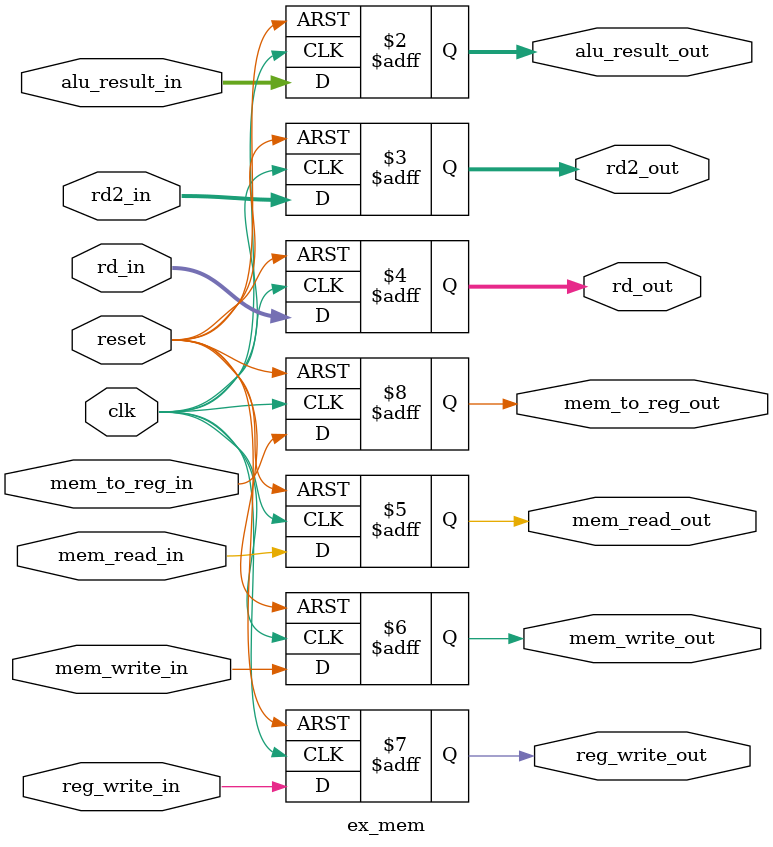
<source format=v>
`timescale 1ns/1ps
module ex_mem (
    input  wire        clk,
    input  wire        reset,
    input  wire [31:0] alu_result_in,
    input  wire [31:0] rd2_in,
    input  wire [4:0]  rd_in,
    input  wire        mem_read_in,
    input  wire        mem_write_in,
    input  wire        reg_write_in,
    input  wire        mem_to_reg_in,
    output reg  [31:0] alu_result_out,
    output reg  [31:0] rd2_out,
    output reg  [4:0]  rd_out,
    output reg         mem_read_out,
    output reg         mem_write_out,
    output reg         reg_write_out,
    output reg         mem_to_reg_out
);
    always @(posedge clk or posedge reset) begin
        if (reset) begin
            alu_result_out <= 0;
            rd2_out <= 0;
            rd_out <= 0;
            mem_read_out <= 0;
            mem_write_out <= 0;
            reg_write_out <= 0;
            mem_to_reg_out <= 0;
        end else begin
            alu_result_out <= alu_result_in;
            rd2_out <= rd2_in;
            rd_out <= rd_in;
            mem_read_out <= mem_read_in;
            mem_write_out <= mem_write_in;
            reg_write_out <= reg_write_in;
            mem_to_reg_out <= mem_to_reg_in;
        end
    end
endmodule
</source>
